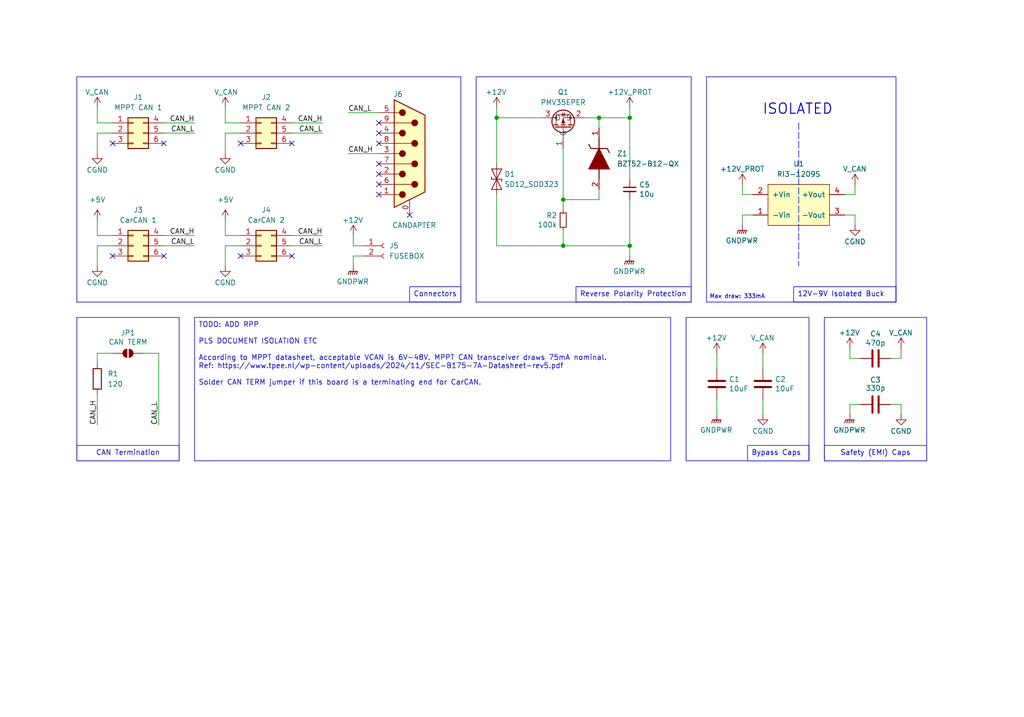
<source format=kicad_sch>
(kicad_sch (version 20231120) (generator "eeschema") (generator_version "8.0")
  (paper "User" 254 177.8)
  (title_block (title "MPPT Interface Board") (date "2025-02-14") (rev "v1.0") (company "LHRs") (comment 1 "Author: Ravi Shah"))
  (lib_symbols
    (symbol "BZT52-B12-QX:BZT52-B12-QX" (pin_names hide)
      (property "Reference" "Z" (at 10.16 8.89 0))
      (property "Value" "BZT52-B12-QX" (at 10.16 6.35 0))
      (symbol "BZT52-B12-QX_1_1"
        (polyline (pts (xy 2.54 0) (xy 5.08 0)) (stroke (width 0.254)))
        (polyline (pts (xy 4.064 -2.54) (xy 5.08 -2.032)) (stroke (width 0.254)))
        (polyline (pts (xy 5.08 2.032) (xy 5.08 -2.032)) (stroke (width 0.254)))
        (polyline (pts (xy 5.08 2.032) (xy 6.096 2.54)) (stroke (width 0.254)))
        (polyline (pts (xy 12.7 0) (xy 10.16 0)) (stroke (width 0.254)))
        (polyline (pts (xy 5.08 0) (xy 10.16 2.54) (xy 10.16 -2.54) (xy 5.08 0)) (stroke (width 0.254)) (fill (type outline)))
        (pin passive line (at 0 0 0) (length 2.54) (name "K") (number "1"))
        (pin passive line (at 15.24 0 180) (length 2.54) (name "A") (number "2"))
      )
    )
    (symbol "Connector:Conn_01x02_Socket" (pin_names (offset 1.016) hide)
      (property "Reference" "J" (at 0 2.54 0))
      (property "Value" "Conn_01x02_Socket" (at 0 -5.08 0))
      (symbol "Conn_01x02_Socket_1_1"
        (arc (start 0 -2.032) (mid -0.5058 -2.54) (end 0 -3.048) (stroke (width 0.1524)))
        (polyline (pts (xy -1.27 -2.54) (xy -0.508 -2.54)) (stroke (width 0.1524)))
        (polyline (pts (xy -1.27 0) (xy -0.508 0)) (stroke (width 0.1524)))
        (arc (start 0 0.508) (mid -0.5058 0) (end 0 -0.508) (stroke (width 0.1524)))
        (pin passive line (at -5.08 0 0) (length 3.81) (name "Pin_1") (number "1"))
        (pin passive line (at -5.08 -2.54 0) (length 3.81) (name "Pin_2") (number "2"))
      )
    )
    (symbol "Connector:DE9_Plug_MountingHoles" (pin_names (offset 1.016) hide)
      (property "Reference" "J" (at 0 16.51 0))
      (property "Value" "DE9_Plug_MountingHoles" (at 0 14.605 0))
      (symbol "DE9_Plug_MountingHoles_0_1"
        (circle (center -1.778 -10.16) (radius 0.762) (fill (type outline)))
        (circle (center -1.778 -5.08) (radius 0.762) (fill (type outline)))
        (circle (center -1.778 0) (radius 0.762) (fill (type outline)))
        (circle (center -1.778 5.08) (radius 0.762) (fill (type outline)))
        (circle (center -1.778 10.16) (radius 0.762) (fill (type outline)))
        (polyline (pts (xy -3.81 -10.16) (xy -2.54 -10.16)))
        (polyline (pts (xy -3.81 -7.62) (xy 0.508 -7.62)))
        (polyline (pts (xy -3.81 -5.08) (xy -2.54 -5.08)))
        (polyline (pts (xy -3.81 -2.54) (xy 0.508 -2.54)))
        (polyline (pts (xy -3.81 0) (xy -2.54 0)))
        (polyline (pts (xy -3.81 2.54) (xy 0.508 2.54)))
        (polyline (pts (xy -3.81 5.08) (xy -2.54 5.08)))
        (polyline (pts (xy -3.81 7.62) (xy 0.508 7.62)))
        (polyline (pts (xy -3.81 10.16) (xy -2.54 10.16)))
        (polyline (pts (xy -3.81 -13.335) (xy -3.81 13.335) (xy 3.81 9.525) (xy 3.81 -9.525) (xy -3.81 -13.335)) (stroke (width 0.254)) (fill (type background)))
        (circle (center 1.27 -7.62) (radius 0.762) (fill (type outline)))
        (circle (center 1.27 -2.54) (radius 0.762) (fill (type outline)))
        (circle (center 1.27 2.54) (radius 0.762) (fill (type outline)))
        (circle (center 1.27 7.62) (radius 0.762) (fill (type outline)))
      )
      (symbol "DE9_Plug_MountingHoles_1_1"
        (pin passive line (at 0 -15.24 90) (length 3.81) (name "PAD") (number "0"))
        (pin passive line (at -7.62 -10.16 0) (length 3.81) (name "1") (number "1"))
        (pin passive line (at -7.62 -5.08 0) (length 3.81) (name "2") (number "2"))
        (pin passive line (at -7.62 0 0) (length 3.81) (name "3") (number "3"))
        (pin passive line (at -7.62 5.08 0) (length 3.81) (name "4") (number "4"))
        (pin passive line (at -7.62 10.16 0) (length 3.81) (name "5") (number "5"))
        (pin passive line (at -7.62 -7.62 0) (length 3.81) (name "6") (number "6"))
        (pin passive line (at -7.62 -2.54 0) (length 3.81) (name "7") (number "7"))
        (pin passive line (at -7.62 2.54 0) (length 3.81) (name "8") (number "8"))
        (pin passive line (at -7.62 7.62 0) (length 3.81) (name "9") (number "9"))
      )
    )
    (symbol "Connector_Generic:Conn_02x03_Top_Bottom" (pin_names (offset 1.016) hide)
      (property "Reference" "J" (at 1.27 5.08 0))
      (property "Value" "Conn_02x03_Top_Bottom" (at 1.27 -5.08 0))
      (symbol "Conn_02x03_Top_Bottom_1_1"
        (rectangle (start -1.27 -2.413) (end 0 -2.667) (stroke (width 0.1524)))
        (rectangle (start -1.27 0.127) (end 0 -0.127) (stroke (width 0.1524)))
        (rectangle (start -1.27 2.667) (end 0 2.413) (stroke (width 0.1524)))
        (rectangle (start -1.27 3.81) (end 3.81 -3.81) (stroke (width 0.254)) (fill (type background)))
        (rectangle (start 3.81 -2.413) (end 2.54 -2.667) (stroke (width 0.1524)))
        (rectangle (start 3.81 0.127) (end 2.54 -0.127) (stroke (width 0.1524)))
        (rectangle (start 3.81 2.667) (end 2.54 2.413) (stroke (width 0.1524)))
        (pin passive line (at -5.08 2.54 0) (length 3.81) (name "Pin_1") (number "1"))
        (pin passive line (at -5.08 0 0) (length 3.81) (name "Pin_2") (number "2"))
        (pin passive line (at -5.08 -2.54 0) (length 3.81) (name "Pin_3") (number "3"))
        (pin passive line (at 7.62 2.54 180) (length 3.81) (name "Pin_4") (number "4"))
        (pin passive line (at 7.62 0 180) (length 3.81) (name "Pin_5") (number "5"))
        (pin passive line (at 7.62 -2.54 180) (length 3.81) (name "Pin_6") (number "6"))
      )
    )
    (symbol "Device:C" (pin_numbers hide) (pin_names (offset 0.254))
      (property "Reference" "C" (at 0.635 2.54 0))
      (property "Value" "C" (at 0.635 -2.54 0))
      (symbol "C_0_1"
        (polyline (pts (xy -2.032 -0.762) (xy 2.032 -0.762)) (stroke (width 0.508)))
        (polyline (pts (xy -2.032 0.762) (xy 2.032 0.762)) (stroke (width 0.508)))
      )
      (symbol "C_1_1"
        (pin passive line (at 0 3.81 270) (length 2.794) (name "~") (number "1"))
        (pin passive line (at 0 -3.81 90) (length 2.794) (name "~") (number "2"))
      )
    )
    (symbol "Device:C_Small" (pin_numbers hide) (pin_names (offset 0.254) hide)
      (property "Reference" "C" (at 0.254 1.778 0))
      (property "Value" "C_Small" (at 0.254 -2.032 0))
      (symbol "C_Small_0_1"
        (polyline (pts (xy -1.524 -0.508) (xy 1.524 -0.508)) (stroke (width 0.3302)))
        (polyline (pts (xy -1.524 0.508) (xy 1.524 0.508)) (stroke (width 0.3048)))
      )
      (symbol "C_Small_1_1"
        (pin passive line (at 0 2.54 270) (length 2.032) (name "~") (number "1"))
        (pin passive line (at 0 -2.54 90) (length 2.032) (name "~") (number "2"))
      )
    )
    (symbol "Device:R" (pin_numbers hide) (pin_names (offset 0))
      (property "Reference" "R" (at 2.032 0 90))
      (property "Value" "R" (at 0 0 90))
      (symbol "R_0_1"
        (rectangle (start -1.016 -2.54) (end 1.016 2.54) (stroke (width 0.254)))
      )
      (symbol "R_1_1"
        (pin passive line (at 0 3.81 270) (length 1.27) (name "~") (number "1"))
        (pin passive line (at 0 -3.81 90) (length 1.27) (name "~") (number "2"))
      )
    )
    (symbol "Device:R_Small" (pin_numbers hide) (pin_names (offset 0.254) hide)
      (property "Reference" "R" (at 0.762 0.508 0))
      (property "Value" "R_Small" (at 0.762 -1.016 0))
      (symbol "R_Small_0_1"
        (rectangle (start -0.762 1.778) (end 0.762 -1.778) (stroke (width 0.2032)))
      )
      (symbol "R_Small_1_1"
        (pin passive line (at 0 2.54 270) (length 0.762) (name "~") (number "1"))
        (pin passive line (at 0 -2.54 90) (length 0.762) (name "~") (number "2"))
      )
    )
    (symbol "Diode:SD12_SOD323" (pin_numbers hide) (pin_names (offset 1.016) hide)
      (property "Reference" "D" (at 0 2.54 0))
      (property "Value" "SD12_SOD323" (at 0 -2.54 0))
      (symbol "SD12_SOD323_0_1"
        (polyline (pts (xy 1.27 0) (xy -1.27 0)))
        (polyline (pts (xy -2.54 -1.27) (xy 0 0) (xy -2.54 1.27) (xy -2.54 -1.27)) (stroke (width 0.2032)))
        (polyline (pts (xy 0.508 1.27) (xy 0 1.27) (xy 0 -1.27) (xy -0.508 -1.27)) (stroke (width 0.2032)))
        (polyline (pts (xy 2.54 1.27) (xy 2.54 -1.27) (xy 0 0) (xy 2.54 1.27)) (stroke (width 0.2032)))
      )
      (symbol "SD12_SOD323_1_1"
        (pin passive line (at -3.81 0 0) (length 2.54) (name "A1") (number "1"))
        (pin passive line (at 3.81 0 180) (length 2.54) (name "A2") (number "2"))
      )
    )
    (symbol "Jumper:SolderJumper_2_Open" (pin_numbers hide) (pin_names (offset 0) hide) (exclude_from_sim yes) (in_bom no)
      (property "Reference" "JP" (at 0 2.032 0))
      (property "Value" "SolderJumper_2_Open" (at 0 -2.54 0))
      (symbol "SolderJumper_2_Open_0_1"
        (arc (start -0.254 1.016) (mid -1.2656 0) (end -0.254 -1.016))
        (arc (start -0.254 1.016) (mid -1.2656 0) (end -0.254 -1.016) (fill (type outline)))
        (polyline (pts (xy -0.254 1.016) (xy -0.254 -1.016)))
        (polyline (pts (xy 0.254 1.016) (xy 0.254 -1.016)))
        (arc (start 0.254 -1.016) (mid 1.2656 0) (end 0.254 1.016))
        (arc (start 0.254 -1.016) (mid 1.2656 0) (end 0.254 1.016) (fill (type outline)))
      )
      (symbol "SolderJumper_2_Open_1_1"
        (pin passive line (at -3.81 0 0) (length 2.54) (name "A") (number "1"))
        (pin passive line (at 3.81 0 180) (length 2.54) (name "B") (number "2"))
      )
    )
    (symbol "UTSVT-PWR:RI3-xxxxS" (pin_names (offset 1.016))
      (property "Reference" "U" (at 0 2.54 0))
      (property "Value" "RI3-xxxxS" (at 0 0 0))
      (symbol "RI3-xxxxS_1_1"
        (rectangle (start -7.62 -1.27) (end 7.62 -11.43) (fill (type background)))
        (pin input line (at -11.43 -8.89 0) (length 3.81) (name "-Vin") (number "1"))
        (pin power_in line (at -11.43 -3.81 0) (length 3.81) (name "+Vin") (number "2"))
        (pin power_out line (at 11.43 -8.89 180) (length 3.81) (name "-Vout") (number "3"))
        (pin power_out line (at 11.43 -3.81 180) (length 3.81) (name "+Vout") (number "4"))
      )
    )
    (symbol "power:+12V" (power) (pin_numbers hide) (pin_names (offset 0) hide)
      (property "Value" "+12V" (at 0 3.556 0))
      (symbol "+12V_0_1"
        (polyline (pts (xy -0.762 1.27) (xy 0 2.54)))
        (polyline (pts (xy 0 0) (xy 0 2.54)))
        (polyline (pts (xy 0 2.54) (xy 0.762 1.27)))
      )
      (symbol "+12V_1_1"
        (pin power_in line (at 0 0 90) (length 0) (name "~") (number "1"))
      )
    )
    (symbol "power:GND" (power) (pin_numbers hide) (pin_names (offset 0) hide)
      (property "Value" "GND" (at 0 -3.81 0))
      (symbol "GND_0_1"
        (polyline (pts (xy 0 0) (xy 0 -1.27) (xy 1.27 -1.27) (xy 0 -2.54) (xy -1.27 -1.27) (xy 0 -1.27)))
      )
      (symbol "GND_1_1"
        (pin power_in line (at 0 0 270) (length 0) (name "~") (number "1"))
      )
    )
    (symbol "power:GNDPWR" (power) (pin_numbers hide) (pin_names (offset 0) hide)
      (property "Value" "GNDPWR" (at 0 -3.302 0))
      (symbol "GNDPWR_0_1"
        (polyline (pts (xy 0 -1.27) (xy 0 0)))
        (polyline (pts (xy -1.016 -1.27) (xy -1.27 -2.032) (xy -1.27 -2.032)) (stroke (width 0.2032)))
        (polyline (pts (xy -0.508 -1.27) (xy -0.762 -2.032) (xy -0.762 -2.032)) (stroke (width 0.2032)))
        (polyline (pts (xy 0 -1.27) (xy -0.254 -2.032) (xy -0.254 -2.032)) (stroke (width 0.2032)))
        (polyline (pts (xy 0.508 -1.27) (xy 0.254 -2.032) (xy 0.254 -2.032)) (stroke (width 0.2032)))
        (polyline (pts (xy 1.016 -1.27) (xy -1.016 -1.27) (xy -1.016 -1.27)) (stroke (width 0.2032)))
        (polyline (pts (xy 1.016 -1.27) (xy 0.762 -2.032) (xy 0.762 -2.032) (xy 0.762 -2.032)) (stroke (width 0.2032)))
      )
      (symbol "GNDPWR_1_1"
        (pin power_in line (at 0 0 270) (length 0) (name "~") (number "1"))
      )
    )
    (symbol "utsvt-chips:PMV35EPE"
      (property "Reference" "Q" (at 4.318 0 0))
      (property "Value" "PMV35EPE" (at 10.414 -2.032 0))
      (symbol "PMV35EPE_0_1"
        (polyline (pts (xy -1.016 0) (xy -3.81 0)))
        (polyline (pts (xy -1.016 1.905) (xy -1.016 -1.905)) (stroke (width 0.254)))
        (polyline (pts (xy -0.508 -1.27) (xy -0.508 -2.286)) (stroke (width 0.254)))
        (polyline (pts (xy -0.508 0.508) (xy -0.508 -0.508)) (stroke (width 0.254)))
        (polyline (pts (xy -0.508 2.286) (xy -0.508 1.27)) (stroke (width 0.254)))
        (polyline (pts (xy 1.27 2.54) (xy 1.27 1.778)))
        (polyline (pts (xy 1.27 -2.54) (xy 1.27 0) (xy -0.508 0)))
        (polyline (pts (xy -0.508 1.778) (xy 2.032 1.778) (xy 2.032 -1.778) (xy -0.508 -1.778)))
        (polyline (pts (xy 1.016 0) (xy 0 0.381) (xy 0 -0.381) (xy 1.016 0)) (fill (type outline)))
        (polyline (pts (xy 1.524 -0.508) (xy 1.651 -0.381) (xy 2.413 -0.381) (xy 2.54 -0.254)))
        (polyline (pts (xy 2.032 -0.381) (xy 1.651 0.254) (xy 2.413 0.254) (xy 2.032 -0.381)))
        (circle (center 0.381 0) (radius 2.794) (stroke (width 0.254)))
        (circle (center 1.27 -1.778) (radius 0.254) (fill (type outline)))
        (circle (center 1.27 1.778) (radius 0.254) (fill (type outline)))
      )
      (symbol "PMV35EPE_1_1"
        (pin input line (at -6.35 0 0) (length 2.54) (name "G") (number "1"))
        (pin passive line (at 1.27 -5.08 90) (length 2.54) (name "S") (number "2"))
        (pin passive line (at 1.27 5.08 270) (length 2.54) (name "D") (number "3"))
      )
    )
  )
  (junction (at 139.7 60.96))
  (junction (at 156.21 29.21))
  (junction (at 139.7 49.53))
  (junction (at 148.59 29.21))
  (junction (at 156.21 60.96))
  (junction (at 123.19 29.21))
  (no_connect (at 93.98 45.72))
  (no_connect (at 59.69 35.56))
  (no_connect (at 93.98 48.26))
  (no_connect (at 72.39 63.5))
  (no_connect (at 59.69 63.5))
  (no_connect (at 40.64 35.56))
  (no_connect (at 72.39 35.56))
  (no_connect (at 93.98 33.02))
  (no_connect (at 93.98 30.48))
  (no_connect (at 27.94 63.5))
  (no_connect (at 27.94 35.56))
  (no_connect (at 40.64 63.5))
  (no_connect (at 93.98 43.18))
  (no_connect (at 93.98 35.56))
  (no_connect (at 93.98 40.64))
  (no_connect (at 101.6 53.34))
  (wire (pts (xy 87.63 63.5) (xy 87.63 66.04)))
  (wire (pts (xy 55.88 60.96) (xy 55.88 66.04)))
  (wire (pts (xy 55.88 30.48) (xy 55.88 26.67)))
  (wire (pts (xy 210.82 100.33) (xy 213.36 100.33)))
  (wire (pts (xy 139.7 60.96) (xy 156.21 60.96)))
  (wire (pts (xy 209.55 53.34) (xy 212.09 53.34)))
  (wire (pts (xy 210.82 102.87) (xy 210.82 100.33)))
  (wire (pts (xy 123.19 29.21) (xy 134.62 29.21)))
  (wire (pts (xy 59.69 33.02) (xy 55.88 33.02)))
  (wire (pts (xy 87.63 60.96) (xy 90.17 60.96)))
  (wire (pts (xy 40.64 33.02) (xy 48.26 33.02)))
  (wire (pts (xy 213.36 88.9) (xy 210.82 88.9)))
  (wire (pts (xy 189.23 99.06) (xy 189.23 102.87)))
  (wire (pts (xy 123.19 29.21) (xy 123.19 40.64)))
  (wire (pts (xy 55.88 58.42) (xy 55.88 54.61)))
  (wire (pts (xy 72.39 58.42) (xy 80.01 58.42)))
  (wire (pts (xy 220.98 100.33) (xy 223.52 100.33)))
  (polyline (pts (xy 198.12 30.48) (xy 198.12 66.04)) (stroke (width 0) (type dash)))
  (wire (pts (xy 35.56 87.63) (xy 39.37 87.63)))
  (wire (pts (xy 148.59 29.21) (xy 156.21 29.21)))
  (wire (pts (xy 72.39 33.02) (xy 80.01 33.02)))
  (wire (pts (xy 59.69 60.96) (xy 55.88 60.96)))
  (wire (pts (xy 87.63 58.42) (xy 87.63 60.96)))
  (wire (pts (xy 139.7 57.15) (xy 139.7 60.96)))
  (wire (pts (xy 212.09 53.34) (xy 212.09 55.88)))
  (wire (pts (xy 24.13 87.63) (xy 27.94 87.63)))
  (wire (pts (xy 156.21 26.67) (xy 156.21 29.21)))
  (wire (pts (xy 24.13 30.48) (xy 24.13 26.67)))
  (wire (pts (xy 139.7 36.83) (xy 139.7 49.53)))
  (wire (pts (xy 220.98 88.9) (xy 223.52 88.9)))
  (wire (pts (xy 212.09 45.72) (xy 212.09 48.26)))
  (wire (pts (xy 223.52 88.9) (xy 223.52 86.36)))
  (wire (pts (xy 86.36 27.94) (xy 93.98 27.94)))
  (wire (pts (xy 40.64 30.48) (xy 48.26 30.48)))
  (wire (pts (xy 27.94 30.48) (xy 24.13 30.48)))
  (wire (pts (xy 24.13 60.96) (xy 24.13 66.04)))
  (wire (pts (xy 177.8 87.63) (xy 177.8 91.44)))
  (wire (pts (xy 139.7 49.53) (xy 139.7 52.07)))
  (wire (pts (xy 212.09 48.26) (xy 209.55 48.26)))
  (wire (pts (xy 40.64 60.96) (xy 48.26 60.96)))
  (wire (pts (xy 186.69 48.26) (xy 184.15 48.26)))
  (wire (pts (xy 156.21 60.96) (xy 156.21 63.5)))
  (wire (pts (xy 24.13 33.02) (xy 24.13 38.1)))
  (wire (pts (xy 24.13 97.79) (xy 24.13 105.41)))
  (wire (pts (xy 148.59 49.53) (xy 139.7 49.53)))
  (wire (pts (xy 40.64 58.42) (xy 48.26 58.42)))
  (wire (pts (xy 59.69 58.42) (xy 55.88 58.42)))
  (wire (pts (xy 186.69 53.34) (xy 184.15 53.34)))
  (wire (pts (xy 156.21 49.53) (xy 156.21 60.96)))
  (wire (pts (xy 72.39 30.48) (xy 80.01 30.48)))
  (wire (pts (xy 39.37 105.41) (xy 39.37 87.63)))
  (wire (pts (xy 144.78 29.21) (xy 148.59 29.21)))
  (wire (pts (xy 148.59 46.99) (xy 148.59 49.53)))
  (wire (pts (xy 148.59 29.21) (xy 148.59 31.75)))
  (wire (pts (xy 156.21 29.21) (xy 156.21 44.45)))
  (wire (pts (xy 72.39 60.96) (xy 80.01 60.96)))
  (wire (pts (xy 24.13 90.17) (xy 24.13 87.63)))
  (wire (pts (xy 123.19 60.96) (xy 139.7 60.96)))
  (wire (pts (xy 210.82 88.9) (xy 210.82 86.36)))
  (wire (pts (xy 177.8 99.06) (xy 177.8 102.87)))
  (wire (pts (xy 184.15 48.26) (xy 184.15 45.72)))
  (wire (pts (xy 59.69 30.48) (xy 55.88 30.48)))
  (wire (pts (xy 123.19 48.26) (xy 123.19 60.96)))
  (wire (pts (xy 27.94 60.96) (xy 24.13 60.96)))
  (wire (pts (xy 86.36 38.1) (xy 93.98 38.1)))
  (wire (pts (xy 223.52 100.33) (xy 223.52 102.87)))
  (wire (pts (xy 123.19 26.67) (xy 123.19 29.21)))
  (wire (pts (xy 189.23 87.63) (xy 189.23 91.44)))
  (wire (pts (xy 27.94 58.42) (xy 24.13 58.42)))
  (wire (pts (xy 55.88 33.02) (xy 55.88 38.1)))
  (wire (pts (xy 27.94 33.02) (xy 24.13 33.02)))
  (wire (pts (xy 24.13 58.42) (xy 24.13 54.61)))
  (wire (pts (xy 184.15 53.34) (xy 184.15 55.88)))
  (wire (pts (xy 90.17 63.5) (xy 87.63 63.5)))
  (rectangle (start 19.05 78.74) (end 44.45 114.3))
  (rectangle (start 175.26 19.05) (end 222.25 74.93))
  (rectangle (start 118.11 19.05) (end 171.45 74.93))
  (rectangle (start 19.05 19.05) (end 114.3 74.93))
  (rectangle (start 170.18 78.74) (end 200.66 114.3))
  (rectangle (start 204.47 78.74) (end 229.87 114.3))
  (text_box "TODO: ADD RPP\n\nPLS DOCUMENT ISOLATION ETC\n\nAccording to MPPT datasheet, acceptable VCAN is 6V-48V. MPPT CAN transceiver draws 75mA nominal.\nRef: https://www.tpee.nl/wp-content/uploads/2024/11/SEC-B175-7A-Datasheet-rev5.pdf\n\nSolder CAN TERM jumper if this board is a terminating end for CarCAN." (at 48.26 78.74 0) (size 118.11 35.56) (effects (font (size 1.27 1.27)) (justify left top)))
  (text_box "CAN Termination" (at 19.05 110.49 0) (size 25.4 3.81) (effects (font (size 1.27 1.27)) (justify top)))
  (text_box "Connectors" (at 101.6 71.12 0) (size 12.7 3.81) (effects (font (size 1.27 1.27)) (justify left top)))
  (text_box "Reverse Polarity Protection" (at 142.875 71.12 0) (size 28.575 3.81) (effects (font (size 1.27 1.27)) (justify left top)))
  (text_box "Safety (EMI) Caps" (at 204.47 110.49 0) (size 25.4 3.81) (effects (font (size 1.27 1.27) (thickness 0.1588)) (justify top)))
  (text_box "Bypass Caps" (at 185.42 110.49 0) (size 15.24 3.81) (effects (font (size 1.27 1.27) (thickness 0.1588)) (justify left top)))
  (text_box "12V-9V Isolated Buck" (at 196.85 71.12 0) (size 25.4 3.81) (effects (font (size 1.27 1.27) (thickness 0.1588)) (justify left top)))
  (text "ISOLATED" (at 197.866 27.178 0) (effects (font (size 2.54 2.54) (thickness 0.254) (bold yes))))
  (text "Max draw: 333mA" (at 182.88 73.66 0) (effects (font (size 1.016 1.016) (thickness 0.1588))))
  (label "CAN_H" (at 80.01 58.42 180))
  (label "CAN_H" (at 48.26 30.48 180))
  (label "CAN_L" (at 48.26 33.02 180))
  (label "CAN_H" (at 48.26 58.42 180))
  (label "CAN_H" (at 24.13 105.41 90))
  (label "CAN_L" (at 39.37 105.41 90))
  (label "CAN_H" (at 86.36 38.1 0))
  (label "CAN_L" (at 48.26 60.96 180))
  (label "CAN_L" (at 80.01 60.96 180))
  (label "CAN_H" (at 80.01 30.48 180))
  (label "CAN_L" (at 80.01 33.02 180))
  (label "CAN_L" (at 86.36 27.94 0))
  (symbol (lib_id "Connector_Generic:Conn_02x03_Top_Bottom") (at 64.77 60.96 0) (unit 1)
    (property "Reference" "J4" (at 66.04 52.07 0))
    (property "Value" "CarCAN 2" (at 66.04 54.61 0))
    (property "Footprint" "Connector_Molex:Molex_Micro-Fit_3.0_43045-0612_2x03_P3.00mm_Vertical" (effects (hide yes)))
    (property "Description" "Generic connector, double row, 02x03, top/bottom pin numbering scheme (row 1: 1...pins_per_row, row2: pins_per_row+1 ... num_pins), script generated (kicad-library-utils/schlib/autogen/connector/)" (effects (hide yes)))
    (property "P/N" "430450612" (effects (hide yes)))
  )
  (symbol (lib_id "Connector_Generic:Conn_02x03_Top_Bottom") (at 33.02 33.02 0) (unit 1)
    (property "Reference" "J1" (at 34.29 24.13 0))
    (property "Value" "MPPT CAN 1" (at 34.29 26.67 0))
    (property "Footprint" "Connector_Molex:Molex_Micro-Fit_3.0_43045-0612_2x03_P3.00mm_Vertical" (effects (hide yes)))
    (property "Description" "Generic connector, double row, 02x03, top/bottom pin numbering scheme (row 1: 1...pins_per_row, row2: pins_per_row+1 ... num_pins), script generated (kicad-library-utils/schlib/autogen/connector/)" (effects (hide yes)))
    (property "P/N" "430450612" (effects (hide yes)))
  )
  (symbol (lib_id "Device:R_Small") (at 139.7 54.61 0) (mirror x) (unit 1)
    (property "Reference" "R2" (at 138.2014 53.4416 0) (effects (justify right)))
    (property "Value" "100k" (at 138.2014 55.753 0) (effects (justify right)))
    (property "Footprint" "Resistor_SMD:R_0805_2012Metric" (effects (hide yes)))
    (property "Datasheet" "https://www.mouser.com/datasheet/2/210/Kamaya_RMC_automotive_series_8_2022__1_-3032429.pdf" (effects (hide yes)))
    (property "P/N" "CRCW0805100KFKEAC" (effects (hide yes)))
  )
  (symbol (lib_id "power:+12V") (at 87.63 58.42 0) (unit 1)
    (property "Reference" "#PWR025" (effects (hide yes)))
    (property "Value" "+12V" (at 84.836 54.61 0) (effects (justify left)))
    (property "Description" "Power symbol creates a global label with name \"+12V\"" (effects (hide yes)))
  )
  (symbol (lib_id "power:GND") (at 55.88 38.1 0) (unit 1)
    (property "Reference" "#PWR010" (effects (hide yes)))
    (property "Value" "CGND" (at 55.88 42.164 0))
    (property "Description" "Power symbol creates a global label with name \"GND\" , ground" (effects (hide yes)))
  )
  (symbol (lib_id "power:GND") (at 212.09 55.88 0) (unit 1)
    (property "Reference" "#PWR014" (effects (hide yes)))
    (property "Value" "CGND" (at 212.09 59.944 0))
    (property "Description" "Power symbol creates a global label with name \"GND\" , ground" (effects (hide yes)))
  )
  (symbol (lib_id "UTSVT-PWR:RI3-xxxxS") (at 198.12 44.45 0) (unit 1)
    (property "Reference" "U1" (at 198.12 40.64 0))
    (property "Value" "RI3-1209S" (at 198.12 43.18 0))
    (property "Footprint" "UTSVT_ICs:RI3_DC_Converter" (effects (hide yes)))
    (property "Datasheet" "https://recom-power.com/pdf/Econoline/RI3.pdf" (effects (hide yes)))
  )
  (symbol (lib_id "power:+12V") (at 210.82 86.36 0) (unit 1)
    (property "Reference" "#PWR021" (effects (hide yes)))
    (property "Value" "+12V" (at 208.026 82.55 0) (effects (justify left)))
    (property "Description" "Power symbol creates a global label with name \"+12V\"" (effects (hide yes)))
  )
  (symbol (lib_id "power:GND") (at 223.52 102.87 0) (unit 1)
    (property "Reference" "#PWR020" (effects (hide yes)))
    (property "Value" "CGND" (at 223.52 106.934 0))
    (property "Description" "Power symbol creates a global label with name \"GND\" , ground" (effects (hide yes)))
  )
  (symbol (lib_id "Connector:Conn_01x02_Socket") (at 95.25 60.96 0) (unit 1)
    (property "Reference" "J5" (at 96.52 60.9599 0) (effects (justify left)))
    (property "Value" "FUSEBOX" (at 96.52 63.5 0) (effects (justify left)))
    (property "Footprint" "Connector_Molex:Molex_Micro-Fit_3.0_43650-0215_1x02_P3.00mm_Vertical" (effects (hide yes)))
    (property "Description" "Generic connector, single row, 01x02, script generated" (effects (hide yes)))
    (property "P/N" "0436500215" (effects (hide yes)))
  )
  (symbol (lib_id "BZT52-B12-QX:BZT52-B12-QX") (at 148.59 31.75 270) (unit 1)
    (property "Reference" "Z1" (at 153.035 38.0999 90) (effects (justify left)))
    (property "Value" "BZT52-B12-QX" (at 153.035 40.6399 90) (effects (justify left)))
    (property "Footprint" "Zener:BZT52B12QX" (effects (hide yes)))
    (property "Datasheet" "https://assets.nexperia.com/documents/data-sheet/BZT52-B-Q_SER.pdf" (effects (hide yes)))
    (property "Description" "plastic surface-mounted package; 2 leads .SOD123,VF:0.9v,IF = 10 mA," (effects (hide yes)))
    (property "Height" "1.3" (effects (hide yes)))
    (property "Mouser Part Number" "771-BZT52-B12-QX" (effects (hide yes)))
    (property "Mouser Price/Stock" "https://www.mouser.co.uk/ProductDetail/Nexperia/BZT52-B12-QX?qs=rQFj71Wb1eVMbK8ZYprizw%3D%3D" (effects (hide yes)))
    (property "Manufacturer_Name" "Nexperia" (effects (hide yes)))
    (property "Manufacturer_Part_Number" "BZT52-B12-QX" (effects (hide yes)))
    (property "P/N" "BZT52-B12-QX" (effects (hide yes)))
  )
  (symbol (lib_id "Connector:DE9_Plug_MountingHoles") (at 101.6 38.1 0) (unit 1)
    (property "Reference" "J6" (at 97.536 23.368 0) (effects (justify left)))
    (property "Value" "CANDAPTER" (at 97.282 55.88 0) (effects (justify left)))
    (property "Footprint" "DB-9 Connector:AMPHENOL_L77SDE09SA4CH3R" (effects (hide yes)))
    (property "Datasheet" "https://cdn.amphenol-cs.com/media/wysiwyg/files/drawing/l77sdxxxsa4ch3r.pdf" (effects (hide yes)))
    (property "Description" "9-pin male plug pin D-SUB connector, Mounting Hole" (effects (hide yes)))
    (property "P/N" "L77SDE09SA4CH3R" (effects (hide yes)))
  )
  (symbol (lib_id "power:GND") (at 24.13 38.1 0) (unit 1)
    (property "Reference" "#PWR09" (effects (hide yes)))
    (property "Value" "CGND" (at 24.13 42.164 0))
    (property "Description" "Power symbol creates a global label with name \"GND\" , ground" (effects (hide yes)))
  )
  (symbol (lib_id "power:GND") (at 55.88 66.04 0) (unit 1)
    (property "Reference" "#PWR08" (effects (hide yes)))
    (property "Value" "CGND" (at 55.88 70.104 0))
    (property "Description" "Power symbol creates a global label with name \"GND\" , ground" (effects (hide yes)))
  )
  (symbol (lib_id "power:GNDPWR") (at 87.63 66.04 0) (unit 1)
    (property "Reference" "#PWR02" (effects (hide yes)))
    (property "Value" "GNDPWR" (at 87.503 69.85 0))
    (property "Description" "Power symbol creates a global label with name \"GNDPWR\" , global ground" (effects (hide yes)))
  )
  (symbol (lib_id "power:+12V") (at 55.88 26.67 0) (unit 1)
    (property "Reference" "#PWR04" (effects (hide yes)))
    (property "Value" "V_CAN" (at 53.086 22.86 0) (effects (justify left)))
    (property "Description" "Power symbol creates a global label with name \"+12V\"" (effects (hide yes)))
  )
  (symbol (lib_id "power:GNDPWR") (at 210.82 102.87 0) (unit 1)
    (property "Reference" "#PWR019" (effects (hide yes)))
    (property "Value" "GNDPWR" (at 210.693 106.68 0))
    (property "Description" "Power symbol creates a global label with name \"GNDPWR\" , global ground" (effects (hide yes)))
  )
  (symbol (lib_id "power:GNDPWR") (at 156.21 63.5 0) (unit 1)
    (property "Reference" "#PWR023" (effects (hide yes)))
    (property "Value" "GNDPWR" (at 156.083 67.31 0))
    (property "Description" "Power symbol creates a global label with name \"GNDPWR\" , global ground" (effects (hide yes)))
  )
  (symbol (lib_id "power:GNDPWR") (at 184.15 55.88 0) (unit 1)
    (property "Reference" "#PWR012" (effects (hide yes)))
    (property "Value" "GNDPWR" (at 184.023 59.69 0))
    (property "Description" "Power symbol creates a global label with name \"GNDPWR\" , global ground" (effects (hide yes)))
  )
  (symbol (lib_id "Connector_Generic:Conn_02x03_Top_Bottom") (at 33.02 60.96 0) (unit 1)
    (property "Reference" "J3" (at 34.29 52.07 0))
    (property "Value" "CarCAN 1" (at 34.29 54.61 0))
    (property "Footprint" "Connector_Molex:Molex_Micro-Fit_3.0_43045-0612_2x03_P3.00mm_Vertical" (effects (hide yes)))
    (property "Description" "Generic connector, double row, 02x03, top/bottom pin numbering scheme (row 1: 1...pins_per_row, row2: pins_per_row+1 ... num_pins), script generated (kicad-library-utils/schlib/autogen/connector/)" (effects (hide yes)))
    (property "P/N" "430450612" (effects (hide yes)))
  )
  (symbol (lib_id "Device:R") (at 24.13 93.98 0) (unit 1)
    (property "Reference" "R1" (at 26.67 92.7099 0) (effects (justify left)))
    (property "Value" "120" (at 26.67 95.2499 0) (effects (justify left)))
    (property "Footprint" "Resistor_SMD:R_0805_2012Metric" (effects (hide yes)))
    (property "Datasheet" "https://www.mouser.com/ProductDetail/71-CRCW0805120RFKEA" (effects (hide yes)))
    (property "Description" "Resistor" (effects (hide yes)))
    (property "P/N" "CRCW0805120RFKEA" (effects (hide yes)))
  )
  (symbol (lib_id "power:GNDPWR") (at 177.8 102.87 0) (unit 1)
    (property "Reference" "#PWR016" (effects (hide yes)))
    (property "Value" "GNDPWR" (at 177.673 106.68 0))
    (property "Description" "Power symbol creates a global label with name \"GNDPWR\" , global ground" (effects (hide yes)))
  )
  (symbol (lib_id "Device:C") (at 217.17 88.9 90) (unit 1)
    (property "Reference" "C4" (at 217.17 82.804 90))
    (property "Value" "470p" (at 217.17 85.09 90))
    (property "Description" "Unpolarized capacitor" (effects (hide yes)))
  )
  (symbol (lib_id "Device:C") (at 189.23 95.25 0) (unit 1)
    (property "Reference" "C2" (at 192.2272 94.0816 0) (effects (justify left)))
    (property "Value" "10uF" (at 192.2272 96.393 0) (effects (justify left)))
    (property "Footprint" "Capacitor_SMD:C_0805_2012Metric" (effects (hide yes)))
    (property "Description" "Unpolarized capacitor" (effects (hide yes)))
    (property "P/N" "TMK212BBJ106MGHT" (effects (hide yes)))
    (property "Mouser Part Number" "581-22201C106KAT2A" (effects (hide yes)))
  )
  (symbol (lib_id "power:GND") (at 189.23 102.87 0) (unit 1)
    (property "Reference" "#PWR018" (effects (hide yes)))
    (property "Value" "CGND" (at 189.23 106.934 0))
    (property "Description" "Power symbol creates a global label with name \"GND\" , ground" (effects (hide yes)))
  )
  (symbol (lib_id "power:+12V") (at 156.21 26.67 0) (unit 1)
    (property "Reference" "#PWR024" (effects (hide yes)))
    (property "Value" "+12V_PROT" (at 150.622 22.86 0) (effects (justify left)))
    (property "Description" "Power symbol creates a global label with name \"+12V\"" (effects (hide yes)))
  )
  (symbol (lib_id "Device:C") (at 177.8 95.25 0) (unit 1)
    (property "Reference" "C1" (at 180.7972 94.0816 0) (effects (justify left)))
    (property "Value" "10uF" (at 180.7972 96.393 0) (effects (justify left)))
    (property "Footprint" "Capacitor_SMD:C_0805_2012Metric" (effects (hide yes)))
    (property "Description" "Unpolarized capacitor" (effects (hide yes)))
    (property "P/N" "TMK212BBJ106MGHT" (effects (hide yes)))
    (property "Mouser Part Number" "581-22201C106KAT2A" (effects (hide yes)))
  )
  (symbol (lib_id "Jumper:SolderJumper_2_Open") (at 31.75 87.63 0) (unit 1) (exclude_from_sim yes) (in_bom no)
    (property "Reference" "JP1" (at 31.75 82.55 0))
    (property "Value" "CAN TERM" (at 31.75 84.836 0))
    (property "Footprint" "Jumper:SolderJumper-2_P1.3mm_Open_RoundedPad1.0x1.5mm" (effects (hide yes)))
    (property "Description" "Solder Jumper, 2-pole, open" (effects (hide yes)))
  )
  (symbol (lib_id "power:+12V") (at 24.13 26.67 0) (unit 1)
    (property "Reference" "#PWR01" (effects (hide yes)))
    (property "Value" "V_CAN" (at 21.082 22.86 0) (effects (justify left)))
    (property "Description" "Power symbol creates a global label with name \"+12V\"" (effects (hide yes)))
  )
  (symbol (lib_id "power:+12V") (at 189.23 87.63 0) (unit 1)
    (property "Reference" "#PWR017" (effects (hide yes)))
    (property "Value" "V_CAN" (at 186.182 83.82 0) (effects (justify left)))
    (property "Description" "Power symbol creates a global label with name \"+12V\"" (effects (hide yes)))
  )
  (symbol (lib_id "power:+12V") (at 212.09 45.72 0) (unit 1)
    (property "Reference" "#PWR013" (effects (hide yes)))
    (property "Value" "V_CAN" (at 209.042 41.91 0) (effects (justify left)))
    (property "Description" "Power symbol creates a global label with name \"+12V\"" (effects (hide yes)))
  )
  (symbol (lib_id "power:GND") (at 24.13 66.04 0) (unit 1)
    (property "Reference" "#PWR06" (effects (hide yes)))
    (property "Value" "CGND" (at 24.13 70.104 0))
    (property "Description" "Power symbol creates a global label with name \"GND\" , ground" (effects (hide yes)))
  )
  (symbol (lib_id "power:+12V") (at 184.15 45.72 0) (unit 1)
    (property "Reference" "#PWR011" (effects (hide yes)))
    (property "Value" "+12V_PROT" (at 178.562 41.91 0) (effects (justify left)))
    (property "Description" "Power symbol creates a global label with name \"+12V\"" (effects (hide yes)))
  )
  (symbol (lib_id "power:+12V") (at 223.52 86.36 0) (unit 1)
    (property "Reference" "#PWR022" (effects (hide yes)))
    (property "Value" "V_CAN" (at 220.472 82.55 0) (effects (justify left)))
    (property "Description" "Power symbol creates a global label with name \"+12V\"" (effects (hide yes)))
  )
  (symbol (lib_id "utsvt-chips:PMV35EPE") (at 139.7 30.48 90) (unit 1)
    (property "Reference" "Q1" (at 139.7 22.86 90))
    (property "Value" "PMV35EPER" (at 139.7 25.4 90))
    (property "Footprint" "Package_TO_SOT_SMD:SOT-23" (effects (hide yes)))
    (property "Datasheet" "https://www.mouser.com/datasheet/2/916/PMV35EPE-1539905.pdf" (effects (hide yes)))
    (property "Description" "30 V, P-channel Trench MOSFET" (effects (hide yes)))
    (property "P/N" "PMV35EPER" (effects (hide yes)))
  )
  (symbol (lib_id "power:+12V") (at 55.88 54.61 0) (unit 1)
    (property "Reference" "#PWR07" (effects (hide yes)))
    (property "Value" "+5V" (at 55.88 49.53 0))
    (property "Description" "Power symbol creates a global label with name \"+12V\"" (effects (hide yes)))
  )
  (symbol (lib_id "Diode:SD12_SOD323") (at 123.19 44.45 90) (unit 1)
    (property "Reference" "D1" (at 125.095 43.18 90) (effects (justify right)))
    (property "Value" "SD12_SOD323" (at 125.095 45.72 90) (effects (justify right)))
    (property "Footprint" "Diode_SMD:D_SOD-323" (effects (hide yes)))
    (property "Datasheet" "https://www.mouser.com/ProductDetail/Semtech/SD12C.TCT?qs=rBWM4%252BvDhIcn8cYIj7pElQ%3D%3D" (effects (hide yes)))
    (property "P/N" "SD12C.TCT" (effects (hide yes)))
  )
  (symbol (lib_id "Device:C") (at 217.17 100.33 90) (unit 1)
    (property "Reference" "C3" (at 217.17 94.234 90))
    (property "Value" "330p" (at 217.17 96.266 90))
    (property "Description" "Unpolarized capacitor" (effects (hide yes)))
  )
  (symbol (lib_id "power:+12V") (at 24.13 54.61 0) (unit 1)
    (property "Reference" "#PWR05" (effects (hide yes)))
    (property "Value" "+5V" (at 24.13 49.53 0))
    (property "Description" "Power symbol creates a global label with name \"+12V\"" (effects (hide yes)))
  )
  (symbol (lib_id "power:+12V") (at 177.8 87.63 0) (unit 1)
    (property "Reference" "#PWR015" (effects (hide yes)))
    (property "Value" "+12V" (at 175.006 83.82 0) (effects (justify left)))
    (property "Description" "Power symbol creates a global label with name \"+12V\"" (effects (hide yes)))
  )
  (symbol (lib_id "Device:C_Small") (at 156.21 46.99 0) (unit 1)
    (property "Reference" "C5" (at 158.5468 45.8216 0) (effects (justify left)))
    (property "Value" "10u" (at 158.5468 48.133 0) (effects (justify left)))
    (property "Footprint" "Capacitor_SMD:C_0805_2012Metric" (effects (hide yes)))
    (property "Datasheet" "https://connect.kemet.com:7667/gateway/IntelliData-ComponentDocumentation/1.0/download/specsheet/C0805C105K3PACTU" (effects (hide yes)))
    (property "P/N" "C0805C105K3PACTU" (effects (hide yes)))
  )
  (symbol (lib_id "power:+12V") (at 123.19 26.67 0) (unit 1)
    (property "Reference" "#PWR03" (effects (hide yes)))
    (property "Value" "+12V" (at 120.396 22.86 0) (effects (justify left)))
    (property "Description" "Power symbol creates a global label with name \"+12V\"" (effects (hide yes)))
  )
  (symbol (lib_id "Connector_Generic:Conn_02x03_Top_Bottom") (at 64.77 33.02 0) (unit 1)
    (property "Reference" "J2" (at 66.04 24.13 0))
    (property "Value" "MPPT CAN 2" (at 66.04 26.67 0))
    (property "Footprint" "Connector_Molex:Molex_Micro-Fit_3.0_43045-0612_2x03_P3.00mm_Vertical" (effects (hide yes)))
    (property "Description" "Generic connector, double row, 02x03, top/bottom pin numbering scheme (row 1: 1...pins_per_row, row2: pins_per_row+1 ... num_pins), script generated (kicad-library-utils/schlib/autogen/connector/)" (effects (hide yes)))
    (property "P/N" "430450612" (effects (hide yes)))
  )
)
</source>
